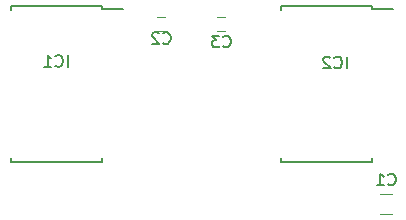
<source format=gbr>
G04 #@! TF.FileFunction,Legend,Bot*
%FSLAX46Y46*%
G04 Gerber Fmt 4.6, Leading zero omitted, Abs format (unit mm)*
G04 Created by KiCad (PCBNEW 4.0.4-stable) date 12/09/17 21:43:02*
%MOMM*%
%LPD*%
G01*
G04 APERTURE LIST*
%ADD10C,0.100000*%
%ADD11C,0.120000*%
%ADD12C,0.150000*%
G04 APERTURE END LIST*
D10*
D11*
X155440000Y-87210000D02*
X154440000Y-87210000D01*
X154440000Y-85510000D02*
X155440000Y-85510000D01*
D12*
X130875000Y-69625000D02*
X130875000Y-69875000D01*
X123125000Y-69625000D02*
X123125000Y-69960000D01*
X123125000Y-82775000D02*
X123125000Y-82440000D01*
X130875000Y-82775000D02*
X130875000Y-82440000D01*
X130875000Y-69625000D02*
X123125000Y-69625000D01*
X130875000Y-82775000D02*
X123125000Y-82775000D01*
X130875000Y-69875000D02*
X132675000Y-69875000D01*
X153735000Y-69625000D02*
X153735000Y-69875000D01*
X145985000Y-69625000D02*
X145985000Y-69960000D01*
X145985000Y-82775000D02*
X145985000Y-82440000D01*
X153735000Y-82775000D02*
X153735000Y-82440000D01*
X153735000Y-69625000D02*
X145985000Y-69625000D01*
X153735000Y-82775000D02*
X145985000Y-82775000D01*
X153735000Y-69875000D02*
X155535000Y-69875000D01*
D11*
X135540000Y-71720000D02*
X136240000Y-71720000D01*
X136240000Y-70520000D02*
X135540000Y-70520000D01*
X141320000Y-70520000D02*
X140620000Y-70520000D01*
X140620000Y-71720000D02*
X141320000Y-71720000D01*
D12*
X155106666Y-84685143D02*
X155154285Y-84732762D01*
X155297142Y-84780381D01*
X155392380Y-84780381D01*
X155535238Y-84732762D01*
X155630476Y-84637524D01*
X155678095Y-84542286D01*
X155725714Y-84351810D01*
X155725714Y-84208952D01*
X155678095Y-84018476D01*
X155630476Y-83923238D01*
X155535238Y-83828000D01*
X155392380Y-83780381D01*
X155297142Y-83780381D01*
X155154285Y-83828000D01*
X155106666Y-83875619D01*
X154154285Y-84780381D02*
X154725714Y-84780381D01*
X154440000Y-84780381D02*
X154440000Y-83780381D01*
X154535238Y-83923238D01*
X154630476Y-84018476D01*
X154725714Y-84066095D01*
X127976190Y-74747381D02*
X127976190Y-73747381D01*
X126928571Y-74652143D02*
X126976190Y-74699762D01*
X127119047Y-74747381D01*
X127214285Y-74747381D01*
X127357143Y-74699762D01*
X127452381Y-74604524D01*
X127500000Y-74509286D01*
X127547619Y-74318810D01*
X127547619Y-74175952D01*
X127500000Y-73985476D01*
X127452381Y-73890238D01*
X127357143Y-73795000D01*
X127214285Y-73747381D01*
X127119047Y-73747381D01*
X126976190Y-73795000D01*
X126928571Y-73842619D01*
X125976190Y-74747381D02*
X126547619Y-74747381D01*
X126261905Y-74747381D02*
X126261905Y-73747381D01*
X126357143Y-73890238D01*
X126452381Y-73985476D01*
X126547619Y-74033095D01*
X151598190Y-74874381D02*
X151598190Y-73874381D01*
X150550571Y-74779143D02*
X150598190Y-74826762D01*
X150741047Y-74874381D01*
X150836285Y-74874381D01*
X150979143Y-74826762D01*
X151074381Y-74731524D01*
X151122000Y-74636286D01*
X151169619Y-74445810D01*
X151169619Y-74302952D01*
X151122000Y-74112476D01*
X151074381Y-74017238D01*
X150979143Y-73922000D01*
X150836285Y-73874381D01*
X150741047Y-73874381D01*
X150598190Y-73922000D01*
X150550571Y-73969619D01*
X150169619Y-73969619D02*
X150122000Y-73922000D01*
X150026762Y-73874381D01*
X149788666Y-73874381D01*
X149693428Y-73922000D01*
X149645809Y-73969619D01*
X149598190Y-74064857D01*
X149598190Y-74160095D01*
X149645809Y-74302952D01*
X150217238Y-74874381D01*
X149598190Y-74874381D01*
X136056666Y-72727143D02*
X136104285Y-72774762D01*
X136247142Y-72822381D01*
X136342380Y-72822381D01*
X136485238Y-72774762D01*
X136580476Y-72679524D01*
X136628095Y-72584286D01*
X136675714Y-72393810D01*
X136675714Y-72250952D01*
X136628095Y-72060476D01*
X136580476Y-71965238D01*
X136485238Y-71870000D01*
X136342380Y-71822381D01*
X136247142Y-71822381D01*
X136104285Y-71870000D01*
X136056666Y-71917619D01*
X135675714Y-71917619D02*
X135628095Y-71870000D01*
X135532857Y-71822381D01*
X135294761Y-71822381D01*
X135199523Y-71870000D01*
X135151904Y-71917619D01*
X135104285Y-72012857D01*
X135104285Y-72108095D01*
X135151904Y-72250952D01*
X135723333Y-72822381D01*
X135104285Y-72822381D01*
X141136666Y-73001143D02*
X141184285Y-73048762D01*
X141327142Y-73096381D01*
X141422380Y-73096381D01*
X141565238Y-73048762D01*
X141660476Y-72953524D01*
X141708095Y-72858286D01*
X141755714Y-72667810D01*
X141755714Y-72524952D01*
X141708095Y-72334476D01*
X141660476Y-72239238D01*
X141565238Y-72144000D01*
X141422380Y-72096381D01*
X141327142Y-72096381D01*
X141184285Y-72144000D01*
X141136666Y-72191619D01*
X140803333Y-72096381D02*
X140184285Y-72096381D01*
X140517619Y-72477333D01*
X140374761Y-72477333D01*
X140279523Y-72524952D01*
X140231904Y-72572571D01*
X140184285Y-72667810D01*
X140184285Y-72905905D01*
X140231904Y-73001143D01*
X140279523Y-73048762D01*
X140374761Y-73096381D01*
X140660476Y-73096381D01*
X140755714Y-73048762D01*
X140803333Y-73001143D01*
M02*

</source>
